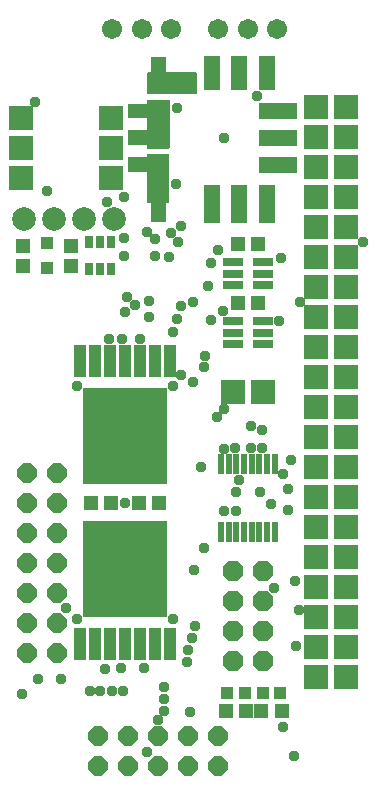
<source format=gbr>
G04 EAGLE Gerber RS-274X export*
G75*
%MOMM*%
%FSLAX34Y34*%
%LPD*%
%INSoldermask Top*%
%IPPOS*%
%AMOC8*
5,1,8,0,0,1.08239X$1,22.5*%
G01*
%ADD10C,2.003200*%
%ADD11R,2.003200X2.003200*%
%ADD12R,1.303200X1.203200*%
%ADD13R,1.003200X1.003200*%
%ADD14R,1.003200X2.743200*%
%ADD15R,7.203200X8.203200*%
%ADD16C,1.711200*%
%ADD17R,1.703200X0.803200*%
%ADD18R,1.203200X1.303200*%
%ADD19R,0.803200X1.103200*%
%ADD20R,1.403200X2.903200*%
%ADD21R,1.403200X3.203200*%
%ADD22R,3.303200X1.403200*%
%ADD23R,1.103200X1.003200*%
%ADD24P,1.759533X8X202.500000*%
%ADD25P,1.759533X8X112.500000*%
%ADD26R,0.610000X1.698800*%
%ADD27P,1.869504X8X112.500000*%
%ADD28C,0.959600*%

G36*
X-139695Y143494D02*
X-139695Y143494D01*
X-139690Y143493D01*
X-139597Y143514D01*
X-139504Y143532D01*
X-139499Y143535D01*
X-139494Y143536D01*
X-139416Y143592D01*
X-139338Y143645D01*
X-139335Y143649D01*
X-139331Y143652D01*
X-139280Y143734D01*
X-139228Y143813D01*
X-139228Y143818D01*
X-139225Y143823D01*
X-139193Y144000D01*
X-139193Y159793D01*
X-136927Y159793D01*
X-136915Y159792D01*
X-136902Y159793D01*
X-136900Y159793D01*
X-136898Y159793D01*
X-136883Y159795D01*
X-136852Y159789D01*
X-136784Y159804D01*
X-136715Y159810D01*
X-136687Y159826D01*
X-136656Y159832D01*
X-136600Y159873D01*
X-136539Y159905D01*
X-136519Y159930D01*
X-136493Y159948D01*
X-136456Y160007D01*
X-136413Y160061D01*
X-136404Y160092D01*
X-136387Y160119D01*
X-136372Y160200D01*
X-136357Y160254D01*
X-136359Y160273D01*
X-136355Y160296D01*
X-136355Y201020D01*
X-136356Y201025D01*
X-136355Y201030D01*
X-136376Y201123D01*
X-136394Y201216D01*
X-136397Y201221D01*
X-136399Y201226D01*
X-136454Y201304D01*
X-136507Y201382D01*
X-136511Y201385D01*
X-136515Y201389D01*
X-136596Y201440D01*
X-136675Y201491D01*
X-136680Y201492D01*
X-136685Y201495D01*
X-136862Y201527D01*
X-154570Y201527D01*
X-154575Y201526D01*
X-154580Y201527D01*
X-154673Y201506D01*
X-154766Y201488D01*
X-154771Y201485D01*
X-154776Y201483D01*
X-154853Y201428D01*
X-154932Y201375D01*
X-154935Y201370D01*
X-154939Y201367D01*
X-154990Y201286D01*
X-155041Y201207D01*
X-155042Y201202D01*
X-155045Y201197D01*
X-155077Y201020D01*
X-155077Y198607D01*
X-170900Y198607D01*
X-170905Y198606D01*
X-170910Y198607D01*
X-171003Y198586D01*
X-171097Y198568D01*
X-171101Y198565D01*
X-171106Y198564D01*
X-171184Y198508D01*
X-171262Y198455D01*
X-171265Y198451D01*
X-171269Y198448D01*
X-171320Y198366D01*
X-171372Y198287D01*
X-171372Y198282D01*
X-171375Y198277D01*
X-171407Y198100D01*
X-171407Y186095D01*
X-171407Y186093D01*
X-171407Y186091D01*
X-171406Y186088D01*
X-171407Y186085D01*
X-171386Y185991D01*
X-171368Y185898D01*
X-171365Y185894D01*
X-171364Y185889D01*
X-171308Y185811D01*
X-171255Y185733D01*
X-171251Y185730D01*
X-171248Y185725D01*
X-171166Y185675D01*
X-171087Y185623D01*
X-171082Y185622D01*
X-171077Y185620D01*
X-170900Y185588D01*
X-155067Y185588D01*
X-155067Y160300D01*
X-155066Y160295D01*
X-155067Y160290D01*
X-155046Y160197D01*
X-155027Y160104D01*
X-155024Y160099D01*
X-155023Y160094D01*
X-154968Y160016D01*
X-154915Y159938D01*
X-154910Y159935D01*
X-154907Y159931D01*
X-154826Y159880D01*
X-154746Y159828D01*
X-154741Y159828D01*
X-154737Y159825D01*
X-154560Y159793D01*
X-152207Y159793D01*
X-152207Y144000D01*
X-152206Y143995D01*
X-152207Y143990D01*
X-152186Y143897D01*
X-152168Y143804D01*
X-152165Y143799D01*
X-152164Y143794D01*
X-152108Y143716D01*
X-152055Y143638D01*
X-152051Y143635D01*
X-152048Y143631D01*
X-151966Y143580D01*
X-151887Y143528D01*
X-151882Y143528D01*
X-151877Y143525D01*
X-151700Y143493D01*
X-139700Y143493D01*
X-139695Y143494D01*
G37*
G36*
X-136845Y205594D02*
X-136845Y205594D01*
X-136840Y205593D01*
X-136747Y205614D01*
X-136654Y205632D01*
X-136649Y205635D01*
X-136644Y205636D01*
X-136566Y205692D01*
X-136488Y205745D01*
X-136485Y205749D01*
X-136481Y205752D01*
X-136430Y205834D01*
X-136378Y205913D01*
X-136378Y205918D01*
X-136375Y205923D01*
X-136343Y206100D01*
X-136343Y246800D01*
X-136344Y246805D01*
X-136343Y246810D01*
X-136364Y246903D01*
X-136382Y246997D01*
X-136385Y247001D01*
X-136386Y247006D01*
X-136442Y247084D01*
X-136495Y247162D01*
X-136499Y247165D01*
X-136502Y247169D01*
X-136584Y247220D01*
X-136663Y247272D01*
X-136668Y247272D01*
X-136673Y247275D01*
X-136850Y247307D01*
X-154550Y247307D01*
X-154555Y247306D01*
X-154560Y247307D01*
X-154653Y247286D01*
X-154747Y247268D01*
X-154751Y247265D01*
X-154756Y247264D01*
X-154834Y247208D01*
X-154912Y247155D01*
X-154915Y247151D01*
X-154919Y247148D01*
X-154970Y247066D01*
X-155022Y246987D01*
X-155022Y246982D01*
X-155025Y246977D01*
X-155057Y246800D01*
X-155057Y243507D01*
X-170900Y243507D01*
X-170905Y243506D01*
X-170910Y243507D01*
X-171003Y243486D01*
X-171097Y243468D01*
X-171101Y243465D01*
X-171106Y243464D01*
X-171184Y243408D01*
X-171262Y243355D01*
X-171265Y243351D01*
X-171269Y243348D01*
X-171320Y243266D01*
X-171372Y243187D01*
X-171372Y243182D01*
X-171375Y243177D01*
X-171407Y243000D01*
X-171407Y231900D01*
X-171406Y231895D01*
X-171407Y231890D01*
X-171386Y231797D01*
X-171368Y231704D01*
X-171365Y231699D01*
X-171364Y231694D01*
X-171308Y231616D01*
X-171255Y231538D01*
X-171251Y231535D01*
X-171248Y231531D01*
X-171166Y231480D01*
X-171087Y231428D01*
X-171082Y231428D01*
X-171077Y231425D01*
X-170900Y231393D01*
X-155057Y231393D01*
X-155057Y221507D01*
X-170900Y221507D01*
X-170905Y221506D01*
X-170910Y221507D01*
X-171003Y221486D01*
X-171097Y221468D01*
X-171101Y221465D01*
X-171106Y221464D01*
X-171184Y221408D01*
X-171262Y221355D01*
X-171265Y221351D01*
X-171269Y221348D01*
X-171320Y221266D01*
X-171372Y221187D01*
X-171372Y221182D01*
X-171375Y221177D01*
X-171407Y221000D01*
X-171407Y209000D01*
X-171406Y208995D01*
X-171407Y208990D01*
X-171386Y208897D01*
X-171368Y208804D01*
X-171365Y208799D01*
X-171364Y208794D01*
X-171308Y208716D01*
X-171255Y208638D01*
X-171251Y208635D01*
X-171248Y208631D01*
X-171166Y208580D01*
X-171087Y208528D01*
X-171082Y208528D01*
X-171077Y208525D01*
X-170900Y208493D01*
X-155057Y208493D01*
X-155057Y206100D01*
X-155056Y206095D01*
X-155057Y206090D01*
X-155036Y205997D01*
X-155018Y205904D01*
X-155015Y205899D01*
X-155014Y205894D01*
X-154958Y205816D01*
X-154905Y205738D01*
X-154901Y205735D01*
X-154898Y205731D01*
X-154816Y205680D01*
X-154737Y205628D01*
X-154732Y205628D01*
X-154727Y205625D01*
X-154550Y205593D01*
X-136850Y205593D01*
X-136845Y205594D01*
G37*
G36*
X-113895Y251594D02*
X-113895Y251594D01*
X-113890Y251593D01*
X-113797Y251614D01*
X-113704Y251632D01*
X-113699Y251635D01*
X-113694Y251636D01*
X-113616Y251692D01*
X-113538Y251745D01*
X-113535Y251749D01*
X-113531Y251752D01*
X-113480Y251834D01*
X-113428Y251913D01*
X-113428Y251918D01*
X-113425Y251923D01*
X-113393Y252100D01*
X-113393Y269800D01*
X-113394Y269805D01*
X-113393Y269810D01*
X-113414Y269903D01*
X-113432Y269997D01*
X-113435Y270001D01*
X-113436Y270006D01*
X-113492Y270084D01*
X-113545Y270162D01*
X-113549Y270165D01*
X-113552Y270169D01*
X-113634Y270220D01*
X-113713Y270272D01*
X-113718Y270272D01*
X-113723Y270275D01*
X-113900Y270307D01*
X-139193Y270307D01*
X-139193Y283100D01*
X-139194Y283105D01*
X-139193Y283110D01*
X-139214Y283203D01*
X-139232Y283297D01*
X-139235Y283301D01*
X-139236Y283306D01*
X-139292Y283384D01*
X-139345Y283462D01*
X-139349Y283465D01*
X-139352Y283469D01*
X-139434Y283520D01*
X-139513Y283572D01*
X-139518Y283572D01*
X-139523Y283575D01*
X-139700Y283607D01*
X-151700Y283607D01*
X-151705Y283606D01*
X-151710Y283607D01*
X-151803Y283586D01*
X-151897Y283568D01*
X-151901Y283565D01*
X-151906Y283564D01*
X-151984Y283508D01*
X-152062Y283455D01*
X-152065Y283451D01*
X-152069Y283448D01*
X-152120Y283366D01*
X-152172Y283287D01*
X-152172Y283282D01*
X-152175Y283277D01*
X-152207Y283100D01*
X-152207Y270307D01*
X-154600Y270307D01*
X-154605Y270306D01*
X-154610Y270307D01*
X-154703Y270286D01*
X-154797Y270268D01*
X-154801Y270265D01*
X-154806Y270264D01*
X-154884Y270208D01*
X-154962Y270155D01*
X-154965Y270151D01*
X-154969Y270148D01*
X-155020Y270066D01*
X-155072Y269987D01*
X-155072Y269982D01*
X-155075Y269977D01*
X-155107Y269800D01*
X-155107Y252100D01*
X-155106Y252095D01*
X-155107Y252090D01*
X-155086Y251997D01*
X-155068Y251904D01*
X-155065Y251899D01*
X-155064Y251894D01*
X-155008Y251816D01*
X-154955Y251738D01*
X-154951Y251735D01*
X-154948Y251731D01*
X-154866Y251680D01*
X-154787Y251628D01*
X-154782Y251628D01*
X-154777Y251625D01*
X-154600Y251593D01*
X-113900Y251593D01*
X-113895Y251594D01*
G37*
D10*
X-183660Y145970D03*
X-209060Y145970D03*
X-234460Y145970D03*
X-259860Y145970D03*
D11*
X-186030Y180880D03*
X-186030Y206280D03*
X-186030Y231580D03*
X-262230Y180880D03*
X-262230Y206280D03*
X-262230Y231580D03*
D12*
X-202500Y-94000D03*
X-185500Y-94000D03*
D13*
X-57500Y-255000D03*
X-42500Y-255000D03*
X-87500Y-255000D03*
X-72500Y-255000D03*
D14*
X-174000Y-214000D03*
X-161300Y-214000D03*
X-148600Y-214000D03*
X-135900Y-214000D03*
X-186700Y-214000D03*
X-199400Y-214000D03*
X-212100Y-214000D03*
D15*
X-174000Y-150225D03*
D14*
X-174000Y26000D03*
X-186700Y26000D03*
X-199400Y26000D03*
X-212100Y26000D03*
X-161300Y26000D03*
X-148600Y26000D03*
X-135900Y26000D03*
D15*
X-174000Y-37775D03*
D16*
X-70000Y307000D03*
X-95000Y307000D03*
X-45000Y307000D03*
D17*
X-82500Y50000D03*
X-82500Y59500D03*
X-82500Y40500D03*
X-57500Y50000D03*
X-57500Y59500D03*
X-57500Y40500D03*
X-82500Y100000D03*
X-82500Y109500D03*
X-82500Y90500D03*
X-57500Y100000D03*
X-57500Y109500D03*
X-57500Y90500D03*
D11*
X-82700Y0D03*
X-57300Y0D03*
D18*
X-78500Y75000D03*
X-61500Y75000D03*
X-78500Y125000D03*
X-61500Y125000D03*
X-58500Y-270000D03*
X-41500Y-270000D03*
X-88500Y-270000D03*
X-71500Y-270000D03*
D11*
X-12700Y-241300D03*
X-12700Y-215900D03*
X-12700Y-190500D03*
X-12700Y-165100D03*
X-12700Y-139700D03*
X-12700Y-114300D03*
X-12700Y-88900D03*
X-12700Y-63500D03*
X-12700Y-38100D03*
X-12700Y-12700D03*
X-12700Y12700D03*
X-12700Y38100D03*
X-12700Y63500D03*
X-12700Y88900D03*
X-12700Y114300D03*
X-12700Y139700D03*
X-12700Y165100D03*
X-12700Y190500D03*
X-12700Y215900D03*
X-12700Y241300D03*
X12700Y241300D03*
X12700Y215900D03*
X12700Y190500D03*
X12700Y165100D03*
X12700Y139700D03*
X12700Y114300D03*
X12700Y88900D03*
X12700Y63500D03*
X12700Y38100D03*
X12700Y12700D03*
X12700Y-12700D03*
X12700Y-38100D03*
X12700Y-63500D03*
X12700Y-88900D03*
X12700Y-114300D03*
X12700Y-139700D03*
X12700Y-190500D03*
X12700Y-165100D03*
X12700Y-215900D03*
X12700Y-241300D03*
D16*
X-160000Y307000D03*
X-135000Y307000D03*
X-185000Y307000D03*
D12*
X-260000Y106500D03*
X-260000Y123500D03*
X-220000Y123500D03*
X-220000Y106500D03*
D19*
X-204500Y103500D03*
X-195000Y103500D03*
X-185500Y103500D03*
X-185500Y126500D03*
X-195000Y126500D03*
X-204500Y126500D03*
D20*
X-100000Y269500D03*
X-77100Y269500D03*
X-54200Y269500D03*
D21*
X-100000Y159000D03*
X-77100Y159000D03*
X-54200Y159000D03*
D22*
X-44500Y215000D03*
X-44500Y237900D03*
X-44500Y192100D03*
D23*
X-240000Y104500D03*
X-240000Y125500D03*
D24*
X-95200Y-291300D03*
X-95200Y-316700D03*
X-120600Y-291300D03*
X-120600Y-316700D03*
X-146000Y-291300D03*
X-146000Y-316700D03*
X-171400Y-291300D03*
X-171400Y-316700D03*
X-196800Y-291300D03*
X-196800Y-316700D03*
D12*
X-145500Y-94000D03*
X-162500Y-94000D03*
D25*
X-231300Y-221000D03*
X-256700Y-221000D03*
X-231300Y-195600D03*
X-256700Y-195600D03*
X-231300Y-170200D03*
X-256700Y-170200D03*
X-231300Y-144800D03*
X-256700Y-144800D03*
X-231300Y-119400D03*
X-256700Y-119400D03*
X-231300Y-94000D03*
X-256700Y-94000D03*
X-231300Y-68600D03*
X-256700Y-68600D03*
D26*
X-92750Y-118873D03*
X-86250Y-118873D03*
X-79750Y-118873D03*
X-73250Y-118873D03*
X-66750Y-118873D03*
X-60250Y-118873D03*
X-53750Y-118873D03*
X-47250Y-118873D03*
X-47250Y-61127D03*
X-53750Y-61127D03*
X-60250Y-61127D03*
X-66750Y-61127D03*
X-73250Y-61127D03*
X-79750Y-61127D03*
X-86250Y-61127D03*
X-92750Y-61127D03*
D27*
X-57300Y-228100D03*
X-82700Y-228100D03*
X-57300Y-202700D03*
X-82700Y-202700D03*
X-57300Y-177300D03*
X-82700Y-177300D03*
X-57300Y-151900D03*
X-82700Y-151900D03*
D28*
X-62202Y250202D03*
X-174000Y-94000D03*
X-43694Y60000D03*
X-42000Y113000D03*
X-126870Y72130D03*
X-250000Y245000D03*
X-240000Y170000D03*
X-176736Y44196D03*
X-174000Y67000D03*
X-110000Y-64008D03*
X-90000Y215000D03*
X-177000Y-234000D03*
X-175000Y115000D03*
X-135000Y133932D03*
X-148562Y114801D03*
X-107370Y20941D03*
X-90000Y-48343D03*
X-96426Y-21426D03*
X-90000Y-101068D03*
X-175000Y130000D03*
X-129266Y126814D03*
X-136544Y113967D03*
X-106222Y30029D03*
X-80912Y-48000D03*
X-90000Y-15000D03*
X-33842Y-57940D03*
X-59898Y-84898D03*
X-80000Y-85000D03*
X-80000Y-101068D03*
X-148889Y128889D03*
X-126458Y140000D03*
X-77138Y-75000D03*
X-39910Y-70076D03*
X-130000Y240000D03*
X-187370Y44570D03*
X-165194Y73755D03*
X-116451Y8549D03*
X-190566Y-234630D03*
X-194912Y-253370D03*
X-141068Y-270000D03*
X-117327Y-208968D03*
X-107431Y-132569D03*
X-116000Y-150753D03*
X-158116Y-233630D03*
X-176000Y-253370D03*
X-141068Y-250000D03*
X-121179Y-228821D03*
X-91000Y68000D03*
X-155630Y135000D03*
X-189195Y160805D03*
X-103829Y89834D03*
X-116763Y75793D03*
X-101579Y60671D03*
X-95002Y120002D03*
X-101426Y108574D03*
X-175000Y165000D03*
X-131000Y176000D03*
X-30000Y-160000D03*
X-48000Y-166000D03*
X-36068Y-82212D03*
X-118872Y-271272D03*
X-155000Y-305000D03*
X-29381Y-215619D03*
X-27006Y-185000D03*
X-228600Y-243070D03*
X-223958Y-182880D03*
X-248016Y-242936D03*
X-261267Y-256187D03*
X-40659Y-284341D03*
X-31068Y-308932D03*
X27248Y127000D03*
X-25908Y76200D03*
X-214588Y4540D03*
X-214588Y-192540D03*
X-133412Y-192540D03*
X-133412Y4540D03*
X-185088Y-253370D03*
X-141068Y-260000D03*
X-120753Y-218395D03*
X-204000Y-253370D03*
X-146101Y-277819D03*
X-114806Y-198637D03*
X-161582Y44570D03*
X-153970Y63310D03*
X-126530Y13910D03*
X-154000Y76823D03*
X-133134Y50116D03*
X-57912Y-48000D03*
X-57912Y-32306D03*
X-171979Y79823D03*
X-129971Y61494D03*
X-67000Y-48000D03*
X-67000Y-29306D03*
X-36068Y-100000D03*
X-50000Y-95000D03*
M02*

</source>
